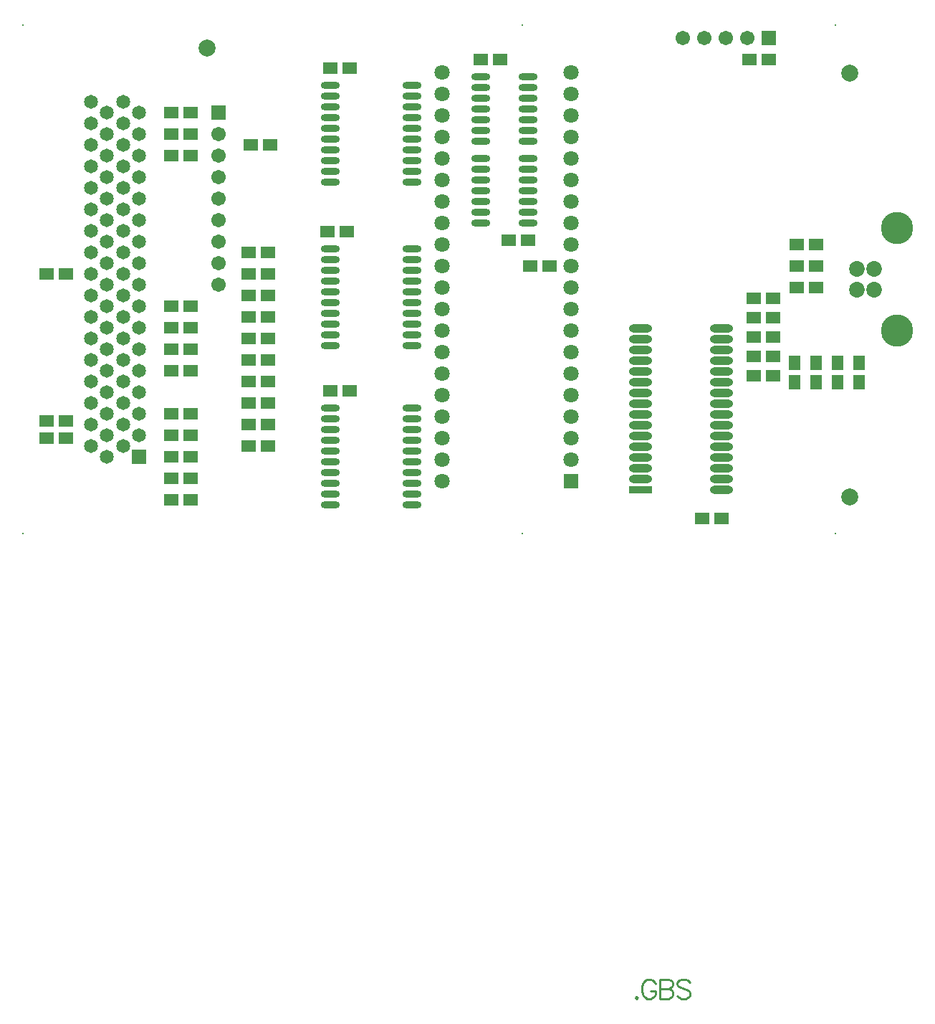
<source format=gbs>
%FSLAX44Y44*%
%MOMM*%
G71*
G01*
G75*
%ADD10C,0.2000*%
%ADD11O,0.6000X2.2000*%
%ADD12O,0.6000X2.2000*%
%ADD13R,1.5240X1.5240*%
%ADD14R,1.5240X1.2700*%
%ADD15R,1.2700X1.5240*%
%ADD16O,2.0320X0.6096*%
%ADD17R,0.4064X1.9050*%
%ADD18R,1.9050X0.4064*%
%ADD19C,1.0000*%
%ADD20R,0.9144X0.9144*%
%ADD21R,1.2700X0.9144*%
%ADD22R,1.5000X0.4000*%
%ADD23R,0.9144X1.2700*%
%ADD24C,0.2540*%
%ADD25C,0.3000*%
%ADD26C,1.0000*%
%ADD27C,0.5000*%
%ADD28C,0.8000*%
%ADD29C,0.6000*%
%ADD30C,0.2286*%
%ADD31C,1.6000*%
%ADD32R,1.6000X1.6000*%
%ADD33C,1.5000*%
%ADD34R,1.5000X1.5000*%
%ADD35C,1.4500*%
%ADD36R,1.4500X1.4500*%
%ADD37C,1.6510*%
%ADD38C,3.6000*%
%ADD39C,0.8000*%
%ADD40O,2.5400X0.7500*%
%ADD41R,2.5400X0.7500*%
%ADD42C,0.4000*%
%ADD43C,0.7000*%
%ADD44C,0.2500*%
%ADD45C,0.3048*%
%ADD46C,0.1500*%
%ADD47O,0.8032X2.4032*%
%ADD48O,0.8032X2.4032*%
%ADD49R,1.7272X1.7272*%
%ADD50R,1.7272X1.4732*%
%ADD51R,1.4732X1.7272*%
%ADD52O,2.2352X0.8128*%
%ADD53R,0.6096X2.1082*%
%ADD54R,2.1082X0.6096*%
%ADD55C,2.0000*%
%ADD56R,1.1176X1.1176*%
%ADD57R,1.4732X1.1176*%
%ADD58R,1.7032X0.6032*%
%ADD59R,1.1176X1.4732*%
%ADD60C,1.8032*%
%ADD61C,0.2032*%
%ADD62R,1.8032X1.8032*%
%ADD63C,1.7032*%
%ADD64R,1.7032X1.7032*%
%ADD65C,1.6532*%
%ADD66R,1.6532X1.6532*%
%ADD67C,1.8542*%
%ADD68C,3.8032*%
%ADD69O,2.7432X0.9532*%
%ADD70R,2.7432X0.9532*%
D30*
X2872684Y1389144D02*
X2871596Y1388055D01*
X2872684Y1386967D01*
X2873772Y1388055D01*
X2872684Y1389144D01*
X2895104Y1404380D02*
X2894016Y1406557D01*
X2891839Y1408734D01*
X2889662Y1409822D01*
X2885309D01*
X2883132Y1408734D01*
X2880956Y1406557D01*
X2879867Y1404380D01*
X2878779Y1401115D01*
Y1395674D01*
X2879867Y1392409D01*
X2880956Y1390232D01*
X2883132Y1388055D01*
X2885309Y1386967D01*
X2889662D01*
X2891839Y1388055D01*
X2894016Y1390232D01*
X2895104Y1392409D01*
Y1395674D01*
X2889662D02*
X2895104D01*
X2900328Y1409822D02*
Y1386967D01*
Y1409822D02*
X2910123D01*
X2913388Y1408734D01*
X2914476Y1407645D01*
X2915565Y1405469D01*
Y1403292D01*
X2914476Y1401115D01*
X2913388Y1400027D01*
X2910123Y1398939D01*
X2900328D02*
X2910123D01*
X2913388Y1397850D01*
X2914476Y1396762D01*
X2915565Y1394585D01*
Y1391320D01*
X2914476Y1389144D01*
X2913388Y1388055D01*
X2910123Y1386967D01*
X2900328D01*
X2935916Y1406557D02*
X2933740Y1408734D01*
X2930475Y1409822D01*
X2926122D01*
X2922856Y1408734D01*
X2920680Y1406557D01*
Y1404380D01*
X2921768Y1402204D01*
X2922856Y1401115D01*
X2925033Y1400027D01*
X2931563Y1397850D01*
X2933740Y1396762D01*
X2934828Y1395674D01*
X2935916Y1393497D01*
Y1390232D01*
X2933740Y1388055D01*
X2930475Y1386967D01*
X2926122D01*
X2922856Y1388055D01*
X2920680Y1390232D01*
D50*
X2175191Y2242667D02*
D03*
X2198051D02*
D03*
X3034156Y2213737D02*
D03*
X3011295D02*
D03*
Y2145157D02*
D03*
X3034156D02*
D03*
Y2168017D02*
D03*
X3011295D02*
D03*
X3034156Y2190877D02*
D03*
X3011295D02*
D03*
X3011296Y2122297D02*
D03*
X3034156D02*
D03*
X2510916Y2485517D02*
D03*
X2533776D02*
D03*
X2530744Y2292477D02*
D03*
X2507884D02*
D03*
X2510916Y2104517D02*
D03*
X2533776D02*
D03*
X2688716Y2495677D02*
D03*
X2711576D02*
D03*
X2744596Y2282317D02*
D03*
X2721736D02*
D03*
X2769996Y2251837D02*
D03*
X2747136D02*
D03*
X3029076Y2495677D02*
D03*
X3006216D02*
D03*
X3062096Y2277237D02*
D03*
X3084956D02*
D03*
Y2251837D02*
D03*
X3062096D02*
D03*
X3084956Y2226437D02*
D03*
X3062096D02*
D03*
X2198496Y2048637D02*
D03*
X2175636D02*
D03*
X2198496Y2068957D02*
D03*
X2175636D02*
D03*
X2345816Y2433193D02*
D03*
X2322956D02*
D03*
X2345816Y2407793D02*
D03*
X2322956D02*
D03*
X2345816Y2382393D02*
D03*
X2322956D02*
D03*
X2437256Y2268093D02*
D03*
X2414396D02*
D03*
X2437256Y2242693D02*
D03*
X2414396D02*
D03*
X2437256Y2217293D02*
D03*
X2414396D02*
D03*
X2437256Y2191893D02*
D03*
X2414396D02*
D03*
X2437256Y2166493D02*
D03*
X2414396D02*
D03*
X2437256Y2141093D02*
D03*
X2414396D02*
D03*
X2437256Y2115693D02*
D03*
X2414396D02*
D03*
X2345816Y2077593D02*
D03*
X2322956D02*
D03*
X2345816Y2052193D02*
D03*
X2322956D02*
D03*
X2345816Y2026793D02*
D03*
X2322956D02*
D03*
X2345816Y2204593D02*
D03*
X2322956D02*
D03*
X2345816Y2179193D02*
D03*
X2322956D02*
D03*
X2345816Y2153793D02*
D03*
X2322956D02*
D03*
X2345816Y2128393D02*
D03*
X2322956D02*
D03*
X2437256Y2090293D02*
D03*
X2414396D02*
D03*
X2437256Y2064893D02*
D03*
X2414396D02*
D03*
X2437256Y2039493D02*
D03*
X2414396D02*
D03*
X2345816Y1975993D02*
D03*
X2322956D02*
D03*
X2439796Y2395067D02*
D03*
X2416936D02*
D03*
X2345816Y2001393D02*
D03*
X2322956D02*
D03*
X2950336Y1954317D02*
D03*
X2973196D02*
D03*
D51*
X3135756Y2137537D02*
D03*
Y2114677D02*
D03*
X3059556Y2137537D02*
D03*
Y2114677D02*
D03*
X3084956D02*
D03*
Y2137537D02*
D03*
X3110356Y2114677D02*
D03*
Y2137537D02*
D03*
D52*
X2607436Y2007997D02*
D03*
Y2058797D02*
D03*
Y1982597D02*
D03*
Y2033397D02*
D03*
X2510916Y2007997D02*
D03*
Y2058797D02*
D03*
Y1982597D02*
D03*
Y2033397D02*
D03*
X2607436Y2071497D02*
D03*
Y2046097D02*
D03*
Y2020697D02*
D03*
Y1995297D02*
D03*
X2510916Y1969897D02*
D03*
Y1995297D02*
D03*
Y2020697D02*
D03*
Y2046097D02*
D03*
X2607436Y2084197D02*
D03*
Y1969897D02*
D03*
X2510916Y2071497D02*
D03*
Y2084197D02*
D03*
X2688716Y2366137D02*
D03*
X2744596Y2378837D02*
D03*
Y2340737D02*
D03*
Y2328037D02*
D03*
Y2366137D02*
D03*
X2688716Y2353437D02*
D03*
X2744596D02*
D03*
X2688716Y2340737D02*
D03*
X2744596Y2315337D02*
D03*
X2688716D02*
D03*
Y2328037D02*
D03*
Y2302637D02*
D03*
X2510916Y2272157D02*
D03*
Y2259457D02*
D03*
Y2246757D02*
D03*
Y2221357D02*
D03*
Y2195957D02*
D03*
Y2170557D02*
D03*
X2607436Y2157857D02*
D03*
Y2183257D02*
D03*
Y2208657D02*
D03*
Y2234057D02*
D03*
Y2259457D02*
D03*
Y2272157D02*
D03*
X2688716Y2378837D02*
D03*
X2744596Y2302637D02*
D03*
Y2462657D02*
D03*
Y2449957D02*
D03*
Y2399157D02*
D03*
X2688716D02*
D03*
Y2411857D02*
D03*
Y2424557D02*
D03*
Y2437257D02*
D03*
Y2449957D02*
D03*
Y2462657D02*
D03*
Y2475357D02*
D03*
X2510916Y2208657D02*
D03*
X2607436Y2221357D02*
D03*
X2510916Y2183257D02*
D03*
Y2157857D02*
D03*
Y2234057D02*
D03*
X2607436Y2246757D02*
D03*
Y2195957D02*
D03*
Y2170557D02*
D03*
X2744596Y2475357D02*
D03*
Y2437257D02*
D03*
Y2411857D02*
D03*
Y2424557D02*
D03*
X2510916Y2452497D02*
D03*
X2607436Y2465197D02*
D03*
Y2427097D02*
D03*
X2510916Y2414397D02*
D03*
Y2439797D02*
D03*
X2607436Y2452497D02*
D03*
Y2439797D02*
D03*
Y2414397D02*
D03*
Y2401697D02*
D03*
Y2388997D02*
D03*
Y2376297D02*
D03*
Y2363597D02*
D03*
Y2350897D02*
D03*
X2510916D02*
D03*
Y2363597D02*
D03*
Y2376297D02*
D03*
Y2388997D02*
D03*
Y2401697D02*
D03*
Y2427097D02*
D03*
Y2465197D02*
D03*
D55*
X2364916Y2509317D02*
D03*
X3124916Y1979317D02*
D03*
Y2479317D02*
D03*
D60*
X2642996Y2353437D02*
D03*
Y1997837D02*
D03*
Y2023237D02*
D03*
Y2048637D02*
D03*
Y2074037D02*
D03*
Y2099437D02*
D03*
Y2124837D02*
D03*
Y2150237D02*
D03*
Y2175637D02*
D03*
Y2201037D02*
D03*
Y2226437D02*
D03*
Y2251837D02*
D03*
Y2277237D02*
D03*
Y2302637D02*
D03*
Y2328037D02*
D03*
Y2378837D02*
D03*
Y2404237D02*
D03*
Y2429637D02*
D03*
Y2455037D02*
D03*
Y2480437D02*
D03*
X2795396D02*
D03*
Y2455037D02*
D03*
Y2429637D02*
D03*
Y2404237D02*
D03*
Y2378837D02*
D03*
Y2353437D02*
D03*
Y2328037D02*
D03*
Y2302637D02*
D03*
Y2277237D02*
D03*
Y2251837D02*
D03*
Y2226437D02*
D03*
Y2201037D02*
D03*
Y2175637D02*
D03*
Y2150237D02*
D03*
Y2124837D02*
D03*
Y2099437D02*
D03*
Y2074037D02*
D03*
Y2048637D02*
D03*
Y2023237D02*
D03*
D61*
X2147916Y1936317D02*
D03*
Y2536317D02*
D03*
X3107916D02*
D03*
X2737916D02*
D03*
X3107916Y1936317D02*
D03*
X2737916D02*
D03*
D62*
X2795396Y1997837D02*
D03*
D63*
X2952876Y2521077D02*
D03*
X2978276D02*
D03*
X3003676D02*
D03*
X2927476D02*
D03*
X2378836Y2255517D02*
D03*
Y2230117D02*
D03*
Y2280917D02*
D03*
Y2331717D02*
D03*
Y2407917D02*
D03*
Y2382517D02*
D03*
Y2306317D02*
D03*
Y2357117D02*
D03*
D64*
X3029076Y2521077D02*
D03*
X2378836Y2433317D02*
D03*
D65*
X2265866Y2039467D02*
D03*
X2284916Y2052167D02*
D03*
X2227766Y2039467D02*
D03*
X2246816Y2052167D02*
D03*
X2265866Y2064867D02*
D03*
X2284916Y2077567D02*
D03*
X2227766Y2064867D02*
D03*
X2246816Y2077567D02*
D03*
X2265866Y2090267D02*
D03*
X2284916Y2102967D02*
D03*
X2227766Y2090267D02*
D03*
X2246816Y2102967D02*
D03*
X2265866Y2115667D02*
D03*
X2284916Y2128367D02*
D03*
X2227766Y2115667D02*
D03*
X2246816Y2128367D02*
D03*
X2265866Y2141067D02*
D03*
X2284916Y2153767D02*
D03*
X2227766Y2141067D02*
D03*
X2246816Y2153767D02*
D03*
X2265866Y2166467D02*
D03*
X2284916Y2179167D02*
D03*
X2227766Y2166467D02*
D03*
X2246816Y2179167D02*
D03*
X2265866Y2191867D02*
D03*
X2284916Y2204567D02*
D03*
X2227766Y2191867D02*
D03*
X2246816Y2204567D02*
D03*
X2265866Y2217267D02*
D03*
X2284916Y2229967D02*
D03*
X2227766Y2217267D02*
D03*
X2246816Y2229967D02*
D03*
X2265866Y2242667D02*
D03*
X2284916Y2255367D02*
D03*
X2227766Y2242667D02*
D03*
X2246816Y2255367D02*
D03*
X2265866Y2268067D02*
D03*
X2284916Y2280767D02*
D03*
X2227766Y2268067D02*
D03*
X2246816Y2280767D02*
D03*
X2265866Y2293467D02*
D03*
X2284916Y2306167D02*
D03*
X2227766Y2293467D02*
D03*
X2246816Y2306167D02*
D03*
X2284916Y2331567D02*
D03*
X2227766Y2318867D02*
D03*
X2246816Y2331567D02*
D03*
X2265866Y2344267D02*
D03*
X2284916Y2356967D02*
D03*
X2227766Y2344267D02*
D03*
X2246816Y2356967D02*
D03*
X2265866Y2369667D02*
D03*
X2284916Y2382367D02*
D03*
X2227766Y2369667D02*
D03*
X2246816Y2382367D02*
D03*
X2265866Y2395067D02*
D03*
X2284916Y2407767D02*
D03*
X2246816D02*
D03*
X2265866Y2420467D02*
D03*
X2284916Y2433167D02*
D03*
X2227766Y2420467D02*
D03*
X2246816Y2433167D02*
D03*
X2265866Y2445867D02*
D03*
X2227766D02*
D03*
X2246816Y2026767D02*
D03*
X2265866Y2318867D02*
D03*
X2227766Y2395067D02*
D03*
D66*
X2284916Y2026767D02*
D03*
D67*
X3153416Y2248817D02*
D03*
Y2223817D02*
D03*
X3133416Y2248817D02*
D03*
Y2223817D02*
D03*
D68*
X3180516Y2296517D02*
D03*
Y2176117D02*
D03*
D69*
X2877196Y2178177D02*
D03*
Y2000377D02*
D03*
Y2038477D02*
D03*
Y2051177D02*
D03*
Y2063877D02*
D03*
Y2076577D02*
D03*
Y2089277D02*
D03*
Y2101977D02*
D03*
Y2114677D02*
D03*
Y2127377D02*
D03*
X2973196Y1987677D02*
D03*
Y2013077D02*
D03*
Y2025777D02*
D03*
Y2089277D02*
D03*
Y2114677D02*
D03*
X2877196Y2152777D02*
D03*
Y2165477D02*
D03*
X2973196Y2178177D02*
D03*
Y2165477D02*
D03*
Y2152777D02*
D03*
Y2140077D02*
D03*
Y2127377D02*
D03*
X2877196Y2140077D02*
D03*
X2973196Y2101977D02*
D03*
Y2076577D02*
D03*
Y2063877D02*
D03*
Y2051177D02*
D03*
Y2038477D02*
D03*
Y2000377D02*
D03*
X2877196Y2013077D02*
D03*
Y2025777D02*
D03*
D70*
Y1987677D02*
D03*
M02*

</source>
